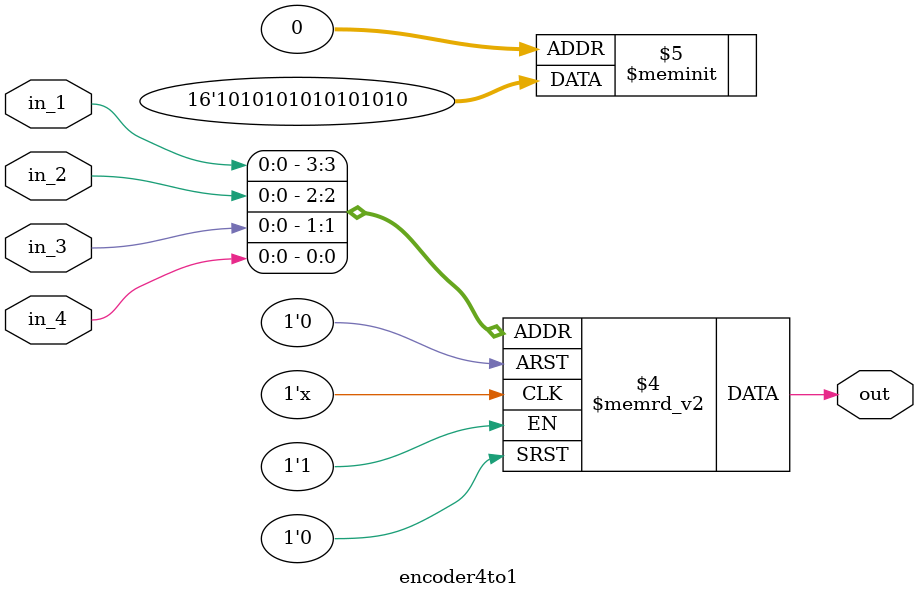
<source format=sv>
`timescale 1ns / 1ps


module encoder4to1(
    in_1,
    in_2,
    in_3,
    in_4,
    out
    );
    
    input in_1;
    input in_2;
    input in_3;
    input in_4;
    output reg out;
    
    //reg reg_val = 0;
    
    
    //even numbers 0 and odd numbers 1
    //case statement to update register
    
    //can be considered combinational, but it depends on what is inside the always statement
    always @(*) //logic is always on
    begin
        case ({in_1, in_2, in_3, in_4})
            4'b0000 : out <= 0;
            4'b0001 : out <= 1;
            4'b0010 : out <= 0;
            4'b0011 : out <= 1;
            4'b0100 : out <= 0;
            4'b0101 : out <= 1;
            4'b0110 : out <= 0;
            4'b0111 : out <= 1;
            4'b1000 : out <= 0;
            4'b1001 : out <= 1;
            4'b1010 : out <= 0;
            4'b1011 : out <= 1;
            4'b1100 : out <= 0;
            4'b1101 : out <= 1;
            4'b1110 : out <= 0;
            4'b1111 : out <= 1;
            default : out <= 0;
        endcase
    end
    
endmodule

</source>
